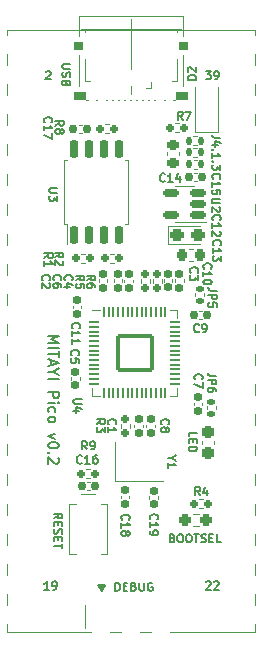
<source format=gbr>
G04 #@! TF.GenerationSoftware,KiCad,Pcbnew,(6.0.6)*
G04 #@! TF.CreationDate,2022-08-20T10:32:50+05:30*
G04 #@! TF.ProjectId,Mitayi-Pico-RP2040,4d697461-7969-42d5-9069-636f2d525032,0.2*
G04 #@! TF.SameCoordinates,PX848f8c0PY6ea0500*
G04 #@! TF.FileFunction,Legend,Top*
G04 #@! TF.FilePolarity,Positive*
%FSLAX46Y46*%
G04 Gerber Fmt 4.6, Leading zero omitted, Abs format (unit mm)*
G04 Created by KiCad (PCBNEW (6.0.6)) date 2022-08-20 10:32:50*
%MOMM*%
%LPD*%
G01*
G04 APERTURE LIST*
G04 Aperture macros list*
%AMRoundRect*
0 Rectangle with rounded corners*
0 $1 Rounding radius*
0 $2 $3 $4 $5 $6 $7 $8 $9 X,Y pos of 4 corners*
0 Add a 4 corners polygon primitive as box body*
4,1,4,$2,$3,$4,$5,$6,$7,$8,$9,$2,$3,0*
0 Add four circle primitives for the rounded corners*
1,1,$1+$1,$2,$3*
1,1,$1+$1,$4,$5*
1,1,$1+$1,$6,$7*
1,1,$1+$1,$8,$9*
0 Add four rect primitives between the rounded corners*
20,1,$1+$1,$2,$3,$4,$5,0*
20,1,$1+$1,$4,$5,$6,$7,0*
20,1,$1+$1,$6,$7,$8,$9,0*
20,1,$1+$1,$8,$9,$2,$3,0*%
G04 Aperture macros list end*
G04 #@! TA.AperFunction,Profile*
%ADD10C,0.100000*%
G04 #@! TD*
%ADD11C,0.150000*%
%ADD12C,0.200000*%
%ADD13C,0.120000*%
%ADD14C,0.100000*%
%ADD15C,0.020000*%
%ADD16RoundRect,0.135000X-0.185000X0.135000X-0.185000X-0.135000X0.185000X-0.135000X0.185000X0.135000X0*%
%ADD17RoundRect,0.237500X0.237500X-0.300000X0.237500X0.300000X-0.237500X0.300000X-0.237500X-0.300000X0*%
%ADD18RoundRect,0.155000X-0.155000X0.212500X-0.155000X-0.212500X0.155000X-0.212500X0.155000X0.212500X0*%
%ADD19RoundRect,0.155000X0.155000X-0.212500X0.155000X0.212500X-0.155000X0.212500X-0.155000X-0.212500X0*%
%ADD20RoundRect,0.237500X-0.250000X-0.237500X0.250000X-0.237500X0.250000X0.237500X-0.250000X0.237500X0*%
%ADD21RoundRect,0.135000X0.135000X0.185000X-0.135000X0.185000X-0.135000X-0.185000X0.135000X-0.185000X0*%
%ADD22RoundRect,0.225000X0.250000X-0.225000X0.250000X0.225000X-0.250000X0.225000X-0.250000X-0.225000X0*%
%ADD23RoundRect,0.155000X0.212500X0.155000X-0.212500X0.155000X-0.212500X-0.155000X0.212500X-0.155000X0*%
%ADD24RoundRect,0.160000X-0.197500X-0.160000X0.197500X-0.160000X0.197500X0.160000X-0.197500X0.160000X0*%
%ADD25RoundRect,0.160000X0.197500X0.160000X-0.197500X0.160000X-0.197500X-0.160000X0.197500X-0.160000X0*%
%ADD26C,1.500000*%
%ADD27RoundRect,0.160000X-0.160000X0.197500X-0.160000X-0.197500X0.160000X-0.197500X0.160000X0.197500X0*%
%ADD28RoundRect,0.155000X-0.212500X-0.155000X0.212500X-0.155000X0.212500X0.155000X-0.212500X0.155000X0*%
%ADD29R,1.400000X1.200000*%
%ADD30RoundRect,0.050000X-0.387500X-0.050000X0.387500X-0.050000X0.387500X0.050000X-0.387500X0.050000X0*%
%ADD31RoundRect,0.050000X-0.050000X-0.387500X0.050000X-0.387500X0.050000X0.387500X-0.050000X0.387500X0*%
%ADD32RoundRect,0.144000X-1.456000X-1.456000X1.456000X-1.456000X1.456000X1.456000X-1.456000X1.456000X0*%
%ADD33RoundRect,0.150000X0.150000X-0.650000X0.150000X0.650000X-0.150000X0.650000X-0.150000X-0.650000X0*%
%ADD34RoundRect,0.135000X-0.135000X-0.185000X0.135000X-0.185000X0.135000X0.185000X-0.135000X0.185000X0*%
%ADD35O,1.600000X1.700000*%
%ADD36R,1.600000X3.200000*%
%ADD37RoundRect,0.225000X-0.225000X-0.250000X0.225000X-0.250000X0.225000X0.250000X-0.225000X0.250000X0*%
%ADD38C,0.670000*%
%ADD39R,0.300000X1.450000*%
%ADD40RoundRect,0.500000X0.000000X0.300000X0.000000X0.300000X0.000000X-0.300000X0.000000X-0.300000X0*%
%ADD41R,1.100000X1.100000*%
%ADD42R,0.400000X1.350000*%
%ADD43R,1.500000X1.900000*%
%ADD44O,1.200000X1.900000*%
%ADD45C,1.450000*%
%ADD46R,1.200000X1.900000*%
%ADD47R,1.700000X1.150000*%
%ADD48R,3.200000X1.600000*%
%ADD49O,1.700000X1.600000*%
%ADD50RoundRect,0.250000X-0.312500X-0.275000X0.312500X-0.275000X0.312500X0.275000X-0.312500X0.275000X0*%
%ADD51RoundRect,0.150000X0.512500X0.150000X-0.512500X0.150000X-0.512500X-0.150000X0.512500X-0.150000X0*%
G04 APERTURE END LIST*
D10*
X0Y51000000D02*
X21000000Y51000000D01*
X21000000Y0D02*
X0Y0D01*
X21000000Y51000000D02*
X21000000Y0D01*
X0Y0D02*
X0Y51000000D01*
D11*
X14016666Y7950000D02*
X14116666Y7916667D01*
X14150000Y7883334D01*
X14183333Y7816667D01*
X14183333Y7716667D01*
X14150000Y7650000D01*
X14116666Y7616667D01*
X14050000Y7583334D01*
X13783333Y7583334D01*
X13783333Y8283334D01*
X14016666Y8283334D01*
X14083333Y8250000D01*
X14116666Y8216667D01*
X14150000Y8150000D01*
X14150000Y8083334D01*
X14116666Y8016667D01*
X14083333Y7983334D01*
X14016666Y7950000D01*
X13783333Y7950000D01*
X14616666Y8283334D02*
X14750000Y8283334D01*
X14816666Y8250000D01*
X14883333Y8183334D01*
X14916666Y8050000D01*
X14916666Y7816667D01*
X14883333Y7683334D01*
X14816666Y7616667D01*
X14750000Y7583334D01*
X14616666Y7583334D01*
X14550000Y7616667D01*
X14483333Y7683334D01*
X14450000Y7816667D01*
X14450000Y8050000D01*
X14483333Y8183334D01*
X14550000Y8250000D01*
X14616666Y8283334D01*
X15350000Y8283334D02*
X15483333Y8283334D01*
X15550000Y8250000D01*
X15616666Y8183334D01*
X15650000Y8050000D01*
X15650000Y7816667D01*
X15616666Y7683334D01*
X15550000Y7616667D01*
X15483333Y7583334D01*
X15350000Y7583334D01*
X15283333Y7616667D01*
X15216666Y7683334D01*
X15183333Y7816667D01*
X15183333Y8050000D01*
X15216666Y8183334D01*
X15283333Y8250000D01*
X15350000Y8283334D01*
X15850000Y8283334D02*
X16250000Y8283334D01*
X16050000Y7583334D02*
X16050000Y8283334D01*
X16450000Y7616667D02*
X16550000Y7583334D01*
X16716666Y7583334D01*
X16783333Y7616667D01*
X16816666Y7650000D01*
X16850000Y7716667D01*
X16850000Y7783334D01*
X16816666Y7850000D01*
X16783333Y7883334D01*
X16716666Y7916667D01*
X16583333Y7950000D01*
X16516666Y7983334D01*
X16483333Y8016667D01*
X16450000Y8083334D01*
X16450000Y8150000D01*
X16483333Y8216667D01*
X16516666Y8250000D01*
X16583333Y8283334D01*
X16750000Y8283334D01*
X16850000Y8250000D01*
X17150000Y7950000D02*
X17383333Y7950000D01*
X17483333Y7583334D02*
X17150000Y7583334D01*
X17150000Y8283334D01*
X17483333Y8283334D01*
X18116666Y7583334D02*
X17783333Y7583334D01*
X17783333Y8283334D01*
X18083333Y41833334D02*
X17583333Y41833334D01*
X17483333Y41866667D01*
X17416666Y41933334D01*
X17383333Y42033334D01*
X17383333Y42100000D01*
X17850000Y41200000D02*
X17383333Y41200000D01*
X18116666Y41366667D02*
X17616666Y41533334D01*
X17616666Y41100000D01*
X17450000Y40833334D02*
X17416666Y40800000D01*
X17383333Y40833334D01*
X17416666Y40866667D01*
X17450000Y40833334D01*
X17383333Y40833334D01*
X17383333Y40133334D02*
X17383333Y40533334D01*
X17383333Y40333334D02*
X18083333Y40333334D01*
X17983333Y40400000D01*
X17916666Y40466667D01*
X17883333Y40533334D01*
X17450000Y39833334D02*
X17416666Y39800000D01*
X17383333Y39833334D01*
X17416666Y39866667D01*
X17450000Y39833334D01*
X17383333Y39833334D01*
X18083333Y39566667D02*
X18083333Y39133334D01*
X17816666Y39366667D01*
X17816666Y39266667D01*
X17783333Y39200000D01*
X17750000Y39166667D01*
X17683333Y39133334D01*
X17516666Y39133334D01*
X17450000Y39166667D01*
X17416666Y39200000D01*
X17383333Y39266667D01*
X17383333Y39466667D01*
X17416666Y39533334D01*
X17450000Y39566667D01*
X16833333Y47483334D02*
X17266666Y47483334D01*
X17033333Y47216667D01*
X17133333Y47216667D01*
X17200000Y47183334D01*
X17233333Y47150000D01*
X17266666Y47083334D01*
X17266666Y46916667D01*
X17233333Y46850000D01*
X17200000Y46816667D01*
X17133333Y46783334D01*
X16933333Y46783334D01*
X16866666Y46816667D01*
X16833333Y46850000D01*
X17600000Y46783334D02*
X17733333Y46783334D01*
X17800000Y46816667D01*
X17833333Y46850000D01*
X17900000Y46950000D01*
X17933333Y47083334D01*
X17933333Y47350000D01*
X17900000Y47416667D01*
X17866666Y47450000D01*
X17800000Y47483334D01*
X17666666Y47483334D01*
X17600000Y47450000D01*
X17566666Y47416667D01*
X17533333Y47350000D01*
X17533333Y47183334D01*
X17566666Y47116667D01*
X17600000Y47083334D01*
X17666666Y47050000D01*
X17800000Y47050000D01*
X17866666Y47083334D01*
X17900000Y47116667D01*
X17933333Y47183334D01*
D12*
X3492857Y25100000D02*
X4392857Y25100000D01*
X3750000Y24800000D01*
X4392857Y24500000D01*
X3492857Y24500000D01*
X3492857Y24071429D02*
X4392857Y24071429D01*
X4392857Y23771429D02*
X4392857Y23257143D01*
X3492857Y23514286D02*
X4392857Y23514286D01*
X3750000Y23000000D02*
X3750000Y22571429D01*
X3492857Y23085715D02*
X4392857Y22785715D01*
X3492857Y22485715D01*
X3921428Y22014286D02*
X3492857Y22014286D01*
X4392857Y22314286D02*
X3921428Y22014286D01*
X4392857Y21714286D01*
X3492857Y21414286D02*
X4392857Y21414286D01*
X3492857Y20300000D02*
X4392857Y20300000D01*
X4392857Y19957143D01*
X4350000Y19871429D01*
X4307142Y19828572D01*
X4221428Y19785715D01*
X4092857Y19785715D01*
X4007142Y19828572D01*
X3964285Y19871429D01*
X3921428Y19957143D01*
X3921428Y20300000D01*
X3492857Y19400000D02*
X4092857Y19400000D01*
X4392857Y19400000D02*
X4350000Y19442858D01*
X4307142Y19400000D01*
X4350000Y19357143D01*
X4392857Y19400000D01*
X4307142Y19400000D01*
X3535714Y18585715D02*
X3492857Y18671429D01*
X3492857Y18842858D01*
X3535714Y18928572D01*
X3578571Y18971429D01*
X3664285Y19014286D01*
X3921428Y19014286D01*
X4007142Y18971429D01*
X4050000Y18928572D01*
X4092857Y18842858D01*
X4092857Y18671429D01*
X4050000Y18585715D01*
X3492857Y18071429D02*
X3535714Y18157143D01*
X3578571Y18200000D01*
X3664285Y18242858D01*
X3921428Y18242858D01*
X4007142Y18200000D01*
X4050000Y18157143D01*
X4092857Y18071429D01*
X4092857Y17942858D01*
X4050000Y17857143D01*
X4007142Y17814286D01*
X3921428Y17771429D01*
X3664285Y17771429D01*
X3578571Y17814286D01*
X3535714Y17857143D01*
X3492857Y17942858D01*
X3492857Y18071429D01*
X4092857Y16785715D02*
X3492857Y16571429D01*
X4092857Y16357143D01*
X4392857Y15842858D02*
X4392857Y15757143D01*
X4350000Y15671429D01*
X4307142Y15628572D01*
X4221428Y15585715D01*
X4050000Y15542858D01*
X3835714Y15542858D01*
X3664285Y15585715D01*
X3578571Y15628572D01*
X3535714Y15671429D01*
X3492857Y15757143D01*
X3492857Y15842858D01*
X3535714Y15928572D01*
X3578571Y15971429D01*
X3664285Y16014286D01*
X3835714Y16057143D01*
X4050000Y16057143D01*
X4221428Y16014286D01*
X4307142Y15971429D01*
X4350000Y15928572D01*
X4392857Y15842858D01*
X3578571Y15157143D02*
X3535714Y15114286D01*
X3492857Y15157143D01*
X3535714Y15200000D01*
X3578571Y15157143D01*
X3492857Y15157143D01*
X4307142Y14771429D02*
X4350000Y14728572D01*
X4392857Y14642858D01*
X4392857Y14428572D01*
X4350000Y14342858D01*
X4307142Y14300000D01*
X4221428Y14257143D01*
X4135714Y14257143D01*
X4007142Y14300000D01*
X3492857Y14814286D01*
X3492857Y14257143D01*
D11*
X16866666Y4216667D02*
X16900000Y4250000D01*
X16966666Y4283334D01*
X17133333Y4283334D01*
X17200000Y4250000D01*
X17233333Y4216667D01*
X17266666Y4150000D01*
X17266666Y4083334D01*
X17233333Y3983334D01*
X16833333Y3583334D01*
X17266666Y3583334D01*
X17533333Y4216667D02*
X17566666Y4250000D01*
X17633333Y4283334D01*
X17800000Y4283334D01*
X17866666Y4250000D01*
X17900000Y4216667D01*
X17933333Y4150000D01*
X17933333Y4083334D01*
X17900000Y3983334D01*
X17500000Y3583334D01*
X17933333Y3583334D01*
X3300000Y47416667D02*
X3333333Y47450000D01*
X3400000Y47483334D01*
X3566666Y47483334D01*
X3633333Y47450000D01*
X3666666Y47416667D01*
X3700000Y47350000D01*
X3700000Y47283334D01*
X3666666Y47183334D01*
X3266666Y46783334D01*
X3700000Y46783334D01*
X3566666Y3583334D02*
X3166666Y3583334D01*
X3366666Y3583334D02*
X3366666Y4283334D01*
X3300000Y4183334D01*
X3233333Y4116667D01*
X3166666Y4083334D01*
X3900000Y3583334D02*
X4033333Y3583334D01*
X4100000Y3616667D01*
X4133333Y3650000D01*
X4200000Y3750000D01*
X4233333Y3883334D01*
X4233333Y4150000D01*
X4200000Y4216667D01*
X4166666Y4250000D01*
X4100000Y4283334D01*
X3966666Y4283334D01*
X3900000Y4250000D01*
X3866666Y4216667D01*
X3833333Y4150000D01*
X3833333Y3983334D01*
X3866666Y3916667D01*
X3900000Y3883334D01*
X3966666Y3850000D01*
X4100000Y3850000D01*
X4166666Y3883334D01*
X4200000Y3916667D01*
X4233333Y3983334D01*
X5383333Y48083334D02*
X4816666Y48083334D01*
X4750000Y48050000D01*
X4716666Y48016667D01*
X4683333Y47950000D01*
X4683333Y47816667D01*
X4716666Y47750000D01*
X4750000Y47716667D01*
X4816666Y47683334D01*
X5383333Y47683334D01*
X4716666Y47383334D02*
X4683333Y47283334D01*
X4683333Y47116667D01*
X4716666Y47050000D01*
X4750000Y47016667D01*
X4816666Y46983334D01*
X4883333Y46983334D01*
X4950000Y47016667D01*
X4983333Y47050000D01*
X5016666Y47116667D01*
X5050000Y47250000D01*
X5083333Y47316667D01*
X5116666Y47350000D01*
X5183333Y47383334D01*
X5250000Y47383334D01*
X5316666Y47350000D01*
X5350000Y47316667D01*
X5383333Y47250000D01*
X5383333Y47083334D01*
X5350000Y46983334D01*
X5050000Y46450000D02*
X5016666Y46350000D01*
X4983333Y46316667D01*
X4916666Y46283334D01*
X4816666Y46283334D01*
X4750000Y46316667D01*
X4716666Y46350000D01*
X4683333Y46416667D01*
X4683333Y46683334D01*
X5383333Y46683334D01*
X5383333Y46450000D01*
X5350000Y46383334D01*
X5316666Y46350000D01*
X5250000Y46316667D01*
X5183333Y46316667D01*
X5116666Y46350000D01*
X5083333Y46383334D01*
X5050000Y46450000D01*
X5050000Y46683334D01*
X15383333Y16550000D02*
X15383333Y16883334D01*
X16083333Y16883334D01*
X15750000Y16316667D02*
X15750000Y16083334D01*
X15383333Y15983334D02*
X15383333Y16316667D01*
X16083333Y16316667D01*
X16083333Y15983334D01*
X15383333Y15683334D02*
X16083333Y15683334D01*
X16083333Y15516667D01*
X16050000Y15416667D01*
X15983333Y15350000D01*
X15916666Y15316667D01*
X15783333Y15283334D01*
X15683333Y15283334D01*
X15550000Y15316667D01*
X15483333Y15350000D01*
X15416666Y15416667D01*
X15383333Y15516667D01*
X15383333Y15683334D01*
X8316666Y3983334D02*
X8316666Y4016667D01*
X8283333Y3916667D02*
X8283333Y4016667D01*
X8250000Y3850000D02*
X8250000Y4016667D01*
X8216666Y3783334D02*
X8216666Y4016667D01*
X8183333Y3750000D02*
X8183333Y4016667D01*
X8150000Y3683334D02*
X8150000Y4016667D01*
X8116666Y3616667D02*
X8116666Y4016667D01*
X8083333Y3550000D02*
X8083333Y4016667D01*
X8050000Y3483334D02*
X8050000Y4016667D01*
X8016666Y3550000D02*
X8016666Y4016667D01*
X7983333Y3616667D02*
X7983333Y4016667D01*
X7950000Y3683334D02*
X7950000Y4016667D01*
X7916666Y3750000D02*
X7916666Y4016667D01*
X7883333Y3783334D02*
X7883333Y4016667D01*
X7850000Y3850000D02*
X7850000Y4016667D01*
X7816666Y3916667D02*
X7816666Y4016667D01*
X7783333Y4016667D02*
X8050000Y3516667D01*
X8316666Y4016667D01*
X7783333Y3983334D02*
X7783333Y4016667D01*
X8050000Y3483334D02*
X7750000Y4016667D01*
X8350000Y4016667D01*
X8050000Y3483334D01*
X9183333Y3483334D02*
X9183333Y4183334D01*
X9350000Y4183334D01*
X9450000Y4150000D01*
X9516666Y4083334D01*
X9550000Y4016667D01*
X9583333Y3883334D01*
X9583333Y3783334D01*
X9550000Y3650000D01*
X9516666Y3583334D01*
X9450000Y3516667D01*
X9350000Y3483334D01*
X9183333Y3483334D01*
X9883333Y3850000D02*
X10116666Y3850000D01*
X10216666Y3483334D02*
X9883333Y3483334D01*
X9883333Y4183334D01*
X10216666Y4183334D01*
X10750000Y3850000D02*
X10850000Y3816667D01*
X10883333Y3783334D01*
X10916666Y3716667D01*
X10916666Y3616667D01*
X10883333Y3550000D01*
X10850000Y3516667D01*
X10783333Y3483334D01*
X10516666Y3483334D01*
X10516666Y4183334D01*
X10750000Y4183334D01*
X10816666Y4150000D01*
X10850000Y4116667D01*
X10883333Y4050000D01*
X10883333Y3983334D01*
X10850000Y3916667D01*
X10816666Y3883334D01*
X10750000Y3850000D01*
X10516666Y3850000D01*
X11216666Y4183334D02*
X11216666Y3616667D01*
X11250000Y3550000D01*
X11283333Y3516667D01*
X11350000Y3483334D01*
X11483333Y3483334D01*
X11550000Y3516667D01*
X11583333Y3550000D01*
X11616666Y3616667D01*
X11616666Y4183334D01*
X12316666Y4150000D02*
X12250000Y4183334D01*
X12150000Y4183334D01*
X12050000Y4150000D01*
X11983333Y4083334D01*
X11950000Y4016667D01*
X11916666Y3883334D01*
X11916666Y3783334D01*
X11950000Y3650000D01*
X11983333Y3583334D01*
X12050000Y3516667D01*
X12150000Y3483334D01*
X12216666Y3483334D01*
X12316666Y3516667D01*
X12350000Y3550000D01*
X12350000Y3783334D01*
X12216666Y3783334D01*
X3983333Y9616667D02*
X4316666Y9850000D01*
X3983333Y10016667D02*
X4683333Y10016667D01*
X4683333Y9750000D01*
X4650000Y9683334D01*
X4616666Y9650000D01*
X4550000Y9616667D01*
X4450000Y9616667D01*
X4383333Y9650000D01*
X4350000Y9683334D01*
X4316666Y9750000D01*
X4316666Y10016667D01*
X4350000Y9316667D02*
X4350000Y9083334D01*
X3983333Y8983334D02*
X3983333Y9316667D01*
X4683333Y9316667D01*
X4683333Y8983334D01*
X4016666Y8716667D02*
X3983333Y8616667D01*
X3983333Y8450000D01*
X4016666Y8383334D01*
X4050000Y8350000D01*
X4116666Y8316667D01*
X4183333Y8316667D01*
X4250000Y8350000D01*
X4283333Y8383334D01*
X4316666Y8450000D01*
X4350000Y8583334D01*
X4383333Y8650000D01*
X4416666Y8683334D01*
X4483333Y8716667D01*
X4550000Y8716667D01*
X4616666Y8683334D01*
X4650000Y8650000D01*
X4683333Y8583334D01*
X4683333Y8416667D01*
X4650000Y8316667D01*
X4350000Y8016667D02*
X4350000Y7783334D01*
X3983333Y7683334D02*
X3983333Y8016667D01*
X4683333Y8016667D01*
X4683333Y7683334D01*
X4683333Y7483334D02*
X4683333Y7083334D01*
X3983333Y7283334D02*
X4683333Y7283334D01*
X17713333Y21693334D02*
X17213333Y21693334D01*
X17113333Y21726667D01*
X17046666Y21793334D01*
X17013333Y21893334D01*
X17013333Y21960000D01*
X17013333Y21360000D02*
X17713333Y21360000D01*
X17713333Y21093334D01*
X17680000Y21026667D01*
X17646666Y20993334D01*
X17580000Y20960000D01*
X17480000Y20960000D01*
X17413333Y20993334D01*
X17380000Y21026667D01*
X17346666Y21093334D01*
X17346666Y21360000D01*
X17713333Y20360000D02*
X17713333Y20493334D01*
X17680000Y20560000D01*
X17646666Y20593334D01*
X17546666Y20660000D01*
X17413333Y20693334D01*
X17146666Y20693334D01*
X17080000Y20660000D01*
X17046666Y20626667D01*
X17013333Y20560000D01*
X17013333Y20426667D01*
X17046666Y20360000D01*
X17080000Y20326667D01*
X17146666Y20293334D01*
X17313333Y20293334D01*
X17380000Y20326667D01*
X17413333Y20360000D01*
X17446666Y20426667D01*
X17446666Y20560000D01*
X17413333Y20626667D01*
X17380000Y20660000D01*
X17313333Y20693334D01*
X9770000Y9500000D02*
X9736666Y9533334D01*
X9703333Y9633334D01*
X9703333Y9700000D01*
X9736666Y9800000D01*
X9803333Y9866667D01*
X9870000Y9900000D01*
X10003333Y9933334D01*
X10103333Y9933334D01*
X10236666Y9900000D01*
X10303333Y9866667D01*
X10370000Y9800000D01*
X10403333Y9700000D01*
X10403333Y9633334D01*
X10370000Y9533334D01*
X10336666Y9500000D01*
X9703333Y8833334D02*
X9703333Y9233334D01*
X9703333Y9033334D02*
X10403333Y9033334D01*
X10303333Y9100000D01*
X10236666Y9166667D01*
X10203333Y9233334D01*
X10103333Y8433334D02*
X10136666Y8500000D01*
X10170000Y8533334D01*
X10236666Y8566667D01*
X10270000Y8566667D01*
X10336666Y8533334D01*
X10370000Y8500000D01*
X10403333Y8433334D01*
X10403333Y8300000D01*
X10370000Y8233334D01*
X10336666Y8200000D01*
X10270000Y8166667D01*
X10236666Y8166667D01*
X10170000Y8200000D01*
X10136666Y8233334D01*
X10103333Y8300000D01*
X10103333Y8433334D01*
X10070000Y8500000D01*
X10036666Y8533334D01*
X9970000Y8566667D01*
X9836666Y8566667D01*
X9770000Y8533334D01*
X9736666Y8500000D01*
X9703333Y8433334D01*
X9703333Y8300000D01*
X9736666Y8233334D01*
X9770000Y8200000D01*
X9836666Y8166667D01*
X9970000Y8166667D01*
X10036666Y8200000D01*
X10070000Y8233334D01*
X10103333Y8300000D01*
X5580000Y25740000D02*
X5546666Y25773334D01*
X5513333Y25873334D01*
X5513333Y25940000D01*
X5546666Y26040000D01*
X5613333Y26106667D01*
X5680000Y26140000D01*
X5813333Y26173334D01*
X5913333Y26173334D01*
X6046666Y26140000D01*
X6113333Y26106667D01*
X6180000Y26040000D01*
X6213333Y25940000D01*
X6213333Y25873334D01*
X6180000Y25773334D01*
X6146666Y25740000D01*
X5513333Y25073334D02*
X5513333Y25473334D01*
X5513333Y25273334D02*
X6213333Y25273334D01*
X6113333Y25340000D01*
X6046666Y25406667D01*
X6013333Y25473334D01*
X5513333Y24406667D02*
X5513333Y24806667D01*
X5513333Y24606667D02*
X6213333Y24606667D01*
X6113333Y24673334D01*
X6046666Y24740000D01*
X6013333Y24806667D01*
X13390000Y38190000D02*
X13356666Y38156667D01*
X13256666Y38123334D01*
X13190000Y38123334D01*
X13090000Y38156667D01*
X13023333Y38223334D01*
X12990000Y38290000D01*
X12956666Y38423334D01*
X12956666Y38523334D01*
X12990000Y38656667D01*
X13023333Y38723334D01*
X13090000Y38790000D01*
X13190000Y38823334D01*
X13256666Y38823334D01*
X13356666Y38790000D01*
X13390000Y38756667D01*
X14056666Y38123334D02*
X13656666Y38123334D01*
X13856666Y38123334D02*
X13856666Y38823334D01*
X13790000Y38723334D01*
X13723333Y38656667D01*
X13656666Y38623334D01*
X14656666Y38590000D02*
X14656666Y38123334D01*
X14490000Y38856667D02*
X14323333Y38356667D01*
X14756666Y38356667D01*
X5490000Y23436667D02*
X5456666Y23470000D01*
X5423333Y23570000D01*
X5423333Y23636667D01*
X5456666Y23736667D01*
X5523333Y23803334D01*
X5590000Y23836667D01*
X5723333Y23870000D01*
X5823333Y23870000D01*
X5956666Y23836667D01*
X6023333Y23803334D01*
X6090000Y23736667D01*
X6123333Y23636667D01*
X6123333Y23570000D01*
X6090000Y23470000D01*
X6056666Y23436667D01*
X6123333Y22803334D02*
X6123333Y23136667D01*
X5790000Y23170000D01*
X5823333Y23136667D01*
X5856666Y23070000D01*
X5856666Y22903334D01*
X5823333Y22836667D01*
X5790000Y22803334D01*
X5723333Y22770000D01*
X5556666Y22770000D01*
X5490000Y22803334D01*
X5456666Y22836667D01*
X5423333Y22903334D01*
X5423333Y23070000D01*
X5456666Y23136667D01*
X5490000Y23170000D01*
X16705000Y30770000D02*
X16671666Y30803334D01*
X16638333Y30903334D01*
X16638333Y30970000D01*
X16671666Y31070000D01*
X16738333Y31136667D01*
X16805000Y31170000D01*
X16938333Y31203334D01*
X17038333Y31203334D01*
X17171666Y31170000D01*
X17238333Y31136667D01*
X17305000Y31070000D01*
X17338333Y30970000D01*
X17338333Y30903334D01*
X17305000Y30803334D01*
X17271666Y30770000D01*
X16638333Y30103334D02*
X16638333Y30503334D01*
X16638333Y30303334D02*
X17338333Y30303334D01*
X17238333Y30370000D01*
X17171666Y30436667D01*
X17138333Y30503334D01*
X17338333Y29670000D02*
X17338333Y29603334D01*
X17305000Y29536667D01*
X17271666Y29503334D01*
X17205000Y29470000D01*
X17071666Y29436667D01*
X16905000Y29436667D01*
X16771666Y29470000D01*
X16705000Y29503334D01*
X16671666Y29536667D01*
X16638333Y29603334D01*
X16638333Y29670000D01*
X16671666Y29736667D01*
X16705000Y29770000D01*
X16771666Y29803334D01*
X16905000Y29836667D01*
X17071666Y29836667D01*
X17205000Y29803334D01*
X17271666Y29770000D01*
X17305000Y29736667D01*
X17338333Y29670000D01*
X6360000Y14330000D02*
X6326666Y14296667D01*
X6226666Y14263334D01*
X6160000Y14263334D01*
X6060000Y14296667D01*
X5993333Y14363334D01*
X5960000Y14430000D01*
X5926666Y14563334D01*
X5926666Y14663334D01*
X5960000Y14796667D01*
X5993333Y14863334D01*
X6060000Y14930000D01*
X6160000Y14963334D01*
X6226666Y14963334D01*
X6326666Y14930000D01*
X6360000Y14896667D01*
X7026666Y14263334D02*
X6626666Y14263334D01*
X6826666Y14263334D02*
X6826666Y14963334D01*
X6760000Y14863334D01*
X6693333Y14796667D01*
X6626666Y14763334D01*
X7626666Y14963334D02*
X7493333Y14963334D01*
X7426666Y14930000D01*
X7393333Y14896667D01*
X7326666Y14796667D01*
X7293333Y14663334D01*
X7293333Y14396667D01*
X7326666Y14330000D01*
X7360000Y14296667D01*
X7426666Y14263334D01*
X7560000Y14263334D01*
X7626666Y14296667D01*
X7660000Y14330000D01*
X7693333Y14396667D01*
X7693333Y14563334D01*
X7660000Y14630000D01*
X7626666Y14663334D01*
X7560000Y14696667D01*
X7426666Y14696667D01*
X7360000Y14663334D01*
X7326666Y14630000D01*
X7293333Y14563334D01*
X4083333Y31716667D02*
X4416666Y31950000D01*
X4083333Y32116667D02*
X4783333Y32116667D01*
X4783333Y31850000D01*
X4750000Y31783334D01*
X4716666Y31750000D01*
X4650000Y31716667D01*
X4550000Y31716667D01*
X4483333Y31750000D01*
X4450000Y31783334D01*
X4416666Y31850000D01*
X4416666Y32116667D01*
X4716666Y31450000D02*
X4750000Y31416667D01*
X4783333Y31350000D01*
X4783333Y31183334D01*
X4750000Y31116667D01*
X4716666Y31083334D01*
X4650000Y31050000D01*
X4583333Y31050000D01*
X4483333Y31083334D01*
X4083333Y31483334D01*
X4083333Y31050000D01*
X16353333Y11573334D02*
X16120000Y11906667D01*
X15953333Y11573334D02*
X15953333Y12273334D01*
X16220000Y12273334D01*
X16286666Y12240000D01*
X16320000Y12206667D01*
X16353333Y12140000D01*
X16353333Y12040000D01*
X16320000Y11973334D01*
X16286666Y11940000D01*
X16220000Y11906667D01*
X15953333Y11906667D01*
X16953333Y12040000D02*
X16953333Y11573334D01*
X16786666Y12306667D02*
X16620000Y11806667D01*
X17053333Y11806667D01*
X7593333Y17596667D02*
X7926666Y17830000D01*
X7593333Y17996667D02*
X8293333Y17996667D01*
X8293333Y17730000D01*
X8260000Y17663334D01*
X8226666Y17630000D01*
X8160000Y17596667D01*
X8060000Y17596667D01*
X7993333Y17630000D01*
X7960000Y17663334D01*
X7926666Y17730000D01*
X7926666Y17996667D01*
X8293333Y17363334D02*
X8293333Y16930000D01*
X8026666Y17163334D01*
X8026666Y17063334D01*
X7993333Y16996667D01*
X7960000Y16963334D01*
X7893333Y16930000D01*
X7726666Y16930000D01*
X7660000Y16963334D01*
X7626666Y16996667D01*
X7593333Y17063334D01*
X7593333Y17263334D01*
X7626666Y17330000D01*
X7660000Y17363334D01*
X16263333Y25440000D02*
X16230000Y25406667D01*
X16130000Y25373334D01*
X16063333Y25373334D01*
X15963333Y25406667D01*
X15896666Y25473334D01*
X15863333Y25540000D01*
X15830000Y25673334D01*
X15830000Y25773334D01*
X15863333Y25906667D01*
X15896666Y25973334D01*
X15963333Y26040000D01*
X16063333Y26073334D01*
X16130000Y26073334D01*
X16230000Y26040000D01*
X16263333Y26006667D01*
X16596666Y25373334D02*
X16730000Y25373334D01*
X16796666Y25406667D01*
X16830000Y25440000D01*
X16896666Y25540000D01*
X16930000Y25673334D01*
X16930000Y25940000D01*
X16896666Y26006667D01*
X16863333Y26040000D01*
X16796666Y26073334D01*
X16663333Y26073334D01*
X16596666Y26040000D01*
X16563333Y26006667D01*
X16530000Y25940000D01*
X16530000Y25773334D01*
X16563333Y25706667D01*
X16596666Y25673334D01*
X16663333Y25640000D01*
X16796666Y25640000D01*
X16863333Y25673334D01*
X16896666Y25706667D01*
X16930000Y25773334D01*
X13966666Y14733334D02*
X13633333Y14733334D01*
X14333333Y14966667D02*
X13966666Y14733334D01*
X14333333Y14500000D01*
X13633333Y13900000D02*
X13633333Y14300000D01*
X13633333Y14100000D02*
X14333333Y14100000D01*
X14233333Y14166667D01*
X14166666Y14233334D01*
X14133333Y14300000D01*
X6333333Y19713334D02*
X5766666Y19713334D01*
X5700000Y19680000D01*
X5666666Y19646667D01*
X5633333Y19580000D01*
X5633333Y19446667D01*
X5666666Y19380000D01*
X5700000Y19346667D01*
X5766666Y19313334D01*
X6333333Y19313334D01*
X6100000Y18680000D02*
X5633333Y18680000D01*
X6366666Y18846667D02*
X5866666Y19013334D01*
X5866666Y18580000D01*
X5838333Y29766667D02*
X6171666Y30000000D01*
X5838333Y30166667D02*
X6538333Y30166667D01*
X6538333Y29900000D01*
X6505000Y29833334D01*
X6471666Y29800000D01*
X6405000Y29766667D01*
X6305000Y29766667D01*
X6238333Y29800000D01*
X6205000Y29833334D01*
X6171666Y29900000D01*
X6171666Y30166667D01*
X6538333Y29133334D02*
X6538333Y29466667D01*
X6205000Y29500000D01*
X6238333Y29466667D01*
X6271666Y29400000D01*
X6271666Y29233334D01*
X6238333Y29166667D01*
X6205000Y29133334D01*
X6138333Y29100000D01*
X5971666Y29100000D01*
X5905000Y29133334D01*
X5871666Y29166667D01*
X5838333Y29233334D01*
X5838333Y29400000D01*
X5871666Y29466667D01*
X5905000Y29500000D01*
X3035000Y29786667D02*
X3001666Y29820000D01*
X2968333Y29920000D01*
X2968333Y29986667D01*
X3001666Y30086667D01*
X3068333Y30153334D01*
X3135000Y30186667D01*
X3268333Y30220000D01*
X3368333Y30220000D01*
X3501666Y30186667D01*
X3568333Y30153334D01*
X3635000Y30086667D01*
X3668333Y29986667D01*
X3668333Y29920000D01*
X3635000Y29820000D01*
X3601666Y29786667D01*
X3601666Y29520000D02*
X3635000Y29486667D01*
X3668333Y29420000D01*
X3668333Y29253334D01*
X3635000Y29186667D01*
X3601666Y29153334D01*
X3535000Y29120000D01*
X3468333Y29120000D01*
X3368333Y29153334D01*
X2968333Y29553334D01*
X2968333Y29120000D01*
X8640000Y17586667D02*
X8606666Y17620000D01*
X8573333Y17720000D01*
X8573333Y17786667D01*
X8606666Y17886667D01*
X8673333Y17953334D01*
X8740000Y17986667D01*
X8873333Y18020000D01*
X8973333Y18020000D01*
X9106666Y17986667D01*
X9173333Y17953334D01*
X9240000Y17886667D01*
X9273333Y17786667D01*
X9273333Y17720000D01*
X9240000Y17620000D01*
X9206666Y17586667D01*
X8573333Y16920000D02*
X8573333Y17320000D01*
X8573333Y17120000D02*
X9273333Y17120000D01*
X9173333Y17186667D01*
X9106666Y17253334D01*
X9073333Y17320000D01*
X4283333Y37583334D02*
X3716666Y37583334D01*
X3650000Y37550000D01*
X3616666Y37516667D01*
X3583333Y37450000D01*
X3583333Y37316667D01*
X3616666Y37250000D01*
X3650000Y37216667D01*
X3716666Y37183334D01*
X4283333Y37183334D01*
X4283333Y36916667D02*
X4283333Y36483334D01*
X4016666Y36716667D01*
X4016666Y36616667D01*
X3983333Y36550000D01*
X3950000Y36516667D01*
X3883333Y36483334D01*
X3716666Y36483334D01*
X3650000Y36516667D01*
X3616666Y36550000D01*
X3583333Y36616667D01*
X3583333Y36816667D01*
X3616666Y36883334D01*
X3650000Y36916667D01*
X4940000Y29791667D02*
X4906666Y29825000D01*
X4873333Y29925000D01*
X4873333Y29991667D01*
X4906666Y30091667D01*
X4973333Y30158334D01*
X5040000Y30191667D01*
X5173333Y30225000D01*
X5273333Y30225000D01*
X5406666Y30191667D01*
X5473333Y30158334D01*
X5540000Y30091667D01*
X5573333Y29991667D01*
X5573333Y29925000D01*
X5540000Y29825000D01*
X5506666Y29791667D01*
X5340000Y29191667D02*
X4873333Y29191667D01*
X5606666Y29358334D02*
X5106666Y29525000D01*
X5106666Y29091667D01*
X3183333Y31646667D02*
X3516666Y31880000D01*
X3183333Y32046667D02*
X3883333Y32046667D01*
X3883333Y31780000D01*
X3850000Y31713334D01*
X3816666Y31680000D01*
X3750000Y31646667D01*
X3650000Y31646667D01*
X3583333Y31680000D01*
X3550000Y31713334D01*
X3516666Y31780000D01*
X3516666Y32046667D01*
X3183333Y30980000D02*
X3183333Y31380000D01*
X3183333Y31180000D02*
X3883333Y31180000D01*
X3783333Y31246667D01*
X3716666Y31313334D01*
X3683333Y31380000D01*
X15580000Y30426667D02*
X15546666Y30460000D01*
X15513333Y30560000D01*
X15513333Y30626667D01*
X15546666Y30726667D01*
X15613333Y30793334D01*
X15680000Y30826667D01*
X15813333Y30860000D01*
X15913333Y30860000D01*
X16046666Y30826667D01*
X16113333Y30793334D01*
X16180000Y30726667D01*
X16213333Y30626667D01*
X16213333Y30560000D01*
X16180000Y30460000D01*
X16146666Y30426667D01*
X16213333Y30193334D02*
X16213333Y29760000D01*
X15946666Y29993334D01*
X15946666Y29893334D01*
X15913333Y29826667D01*
X15880000Y29793334D01*
X15813333Y29760000D01*
X15646666Y29760000D01*
X15580000Y29793334D01*
X15546666Y29826667D01*
X15513333Y29893334D01*
X15513333Y30093334D01*
X15546666Y30160000D01*
X15580000Y30193334D01*
X3210000Y43140000D02*
X3176666Y43173334D01*
X3143333Y43273334D01*
X3143333Y43340000D01*
X3176666Y43440000D01*
X3243333Y43506667D01*
X3310000Y43540000D01*
X3443333Y43573334D01*
X3543333Y43573334D01*
X3676666Y43540000D01*
X3743333Y43506667D01*
X3810000Y43440000D01*
X3843333Y43340000D01*
X3843333Y43273334D01*
X3810000Y43173334D01*
X3776666Y43140000D01*
X3143333Y42473334D02*
X3143333Y42873334D01*
X3143333Y42673334D02*
X3843333Y42673334D01*
X3743333Y42740000D01*
X3676666Y42806667D01*
X3643333Y42873334D01*
X3843333Y42240000D02*
X3843333Y41773334D01*
X3143333Y42073334D01*
X6793333Y15453334D02*
X6560000Y15786667D01*
X6393333Y15453334D02*
X6393333Y16153334D01*
X6660000Y16153334D01*
X6726666Y16120000D01*
X6760000Y16086667D01*
X6793333Y16020000D01*
X6793333Y15920000D01*
X6760000Y15853334D01*
X6726666Y15820000D01*
X6660000Y15786667D01*
X6393333Y15786667D01*
X7126666Y15453334D02*
X7260000Y15453334D01*
X7326666Y15486667D01*
X7360000Y15520000D01*
X7426666Y15620000D01*
X7460000Y15753334D01*
X7460000Y16020000D01*
X7426666Y16086667D01*
X7393333Y16120000D01*
X7326666Y16153334D01*
X7193333Y16153334D01*
X7126666Y16120000D01*
X7093333Y16086667D01*
X7060000Y16020000D01*
X7060000Y15853334D01*
X7093333Y15786667D01*
X7126666Y15753334D01*
X7193333Y15720000D01*
X7326666Y15720000D01*
X7393333Y15753334D01*
X7426666Y15786667D01*
X7460000Y15853334D01*
X13120000Y17586667D02*
X13086666Y17620000D01*
X13053333Y17720000D01*
X13053333Y17786667D01*
X13086666Y17886667D01*
X13153333Y17953334D01*
X13220000Y17986667D01*
X13353333Y18020000D01*
X13453333Y18020000D01*
X13586666Y17986667D01*
X13653333Y17953334D01*
X13720000Y17886667D01*
X13753333Y17786667D01*
X13753333Y17720000D01*
X13720000Y17620000D01*
X13686666Y17586667D01*
X13453333Y17186667D02*
X13486666Y17253334D01*
X13520000Y17286667D01*
X13586666Y17320000D01*
X13620000Y17320000D01*
X13686666Y17286667D01*
X13720000Y17253334D01*
X13753333Y17186667D01*
X13753333Y17053334D01*
X13720000Y16986667D01*
X13686666Y16953334D01*
X13620000Y16920000D01*
X13586666Y16920000D01*
X13520000Y16953334D01*
X13486666Y16986667D01*
X13453333Y17053334D01*
X13453333Y17186667D01*
X13420000Y17253334D01*
X13386666Y17286667D01*
X13320000Y17320000D01*
X13186666Y17320000D01*
X13120000Y17286667D01*
X13086666Y17253334D01*
X13053333Y17186667D01*
X13053333Y17053334D01*
X13086666Y16986667D01*
X13120000Y16953334D01*
X13186666Y16920000D01*
X13320000Y16920000D01*
X13386666Y16953334D01*
X13420000Y16986667D01*
X13453333Y17053334D01*
X15940000Y21376667D02*
X15906666Y21410000D01*
X15873333Y21510000D01*
X15873333Y21576667D01*
X15906666Y21676667D01*
X15973333Y21743334D01*
X16040000Y21776667D01*
X16173333Y21810000D01*
X16273333Y21810000D01*
X16406666Y21776667D01*
X16473333Y21743334D01*
X16540000Y21676667D01*
X16573333Y21576667D01*
X16573333Y21510000D01*
X16540000Y21410000D01*
X16506666Y21376667D01*
X16573333Y21143334D02*
X16573333Y20676667D01*
X15873333Y20976667D01*
X17500000Y32760000D02*
X17466666Y32793334D01*
X17433333Y32893334D01*
X17433333Y32960000D01*
X17466666Y33060000D01*
X17533333Y33126667D01*
X17600000Y33160000D01*
X17733333Y33193334D01*
X17833333Y33193334D01*
X17966666Y33160000D01*
X18033333Y33126667D01*
X18100000Y33060000D01*
X18133333Y32960000D01*
X18133333Y32893334D01*
X18100000Y32793334D01*
X18066666Y32760000D01*
X17433333Y32093334D02*
X17433333Y32493334D01*
X17433333Y32293334D02*
X18133333Y32293334D01*
X18033333Y32360000D01*
X17966666Y32426667D01*
X17933333Y32493334D01*
X18133333Y31860000D02*
X18133333Y31426667D01*
X17866666Y31660000D01*
X17866666Y31560000D01*
X17833333Y31493334D01*
X17800000Y31460000D01*
X17733333Y31426667D01*
X17566666Y31426667D01*
X17500000Y31460000D01*
X17466666Y31493334D01*
X17433333Y31560000D01*
X17433333Y31760000D01*
X17466666Y31826667D01*
X17500000Y31860000D01*
X17450000Y38380000D02*
X17416666Y38413334D01*
X17383333Y38513334D01*
X17383333Y38580000D01*
X17416666Y38680000D01*
X17483333Y38746667D01*
X17550000Y38780000D01*
X17683333Y38813334D01*
X17783333Y38813334D01*
X17916666Y38780000D01*
X17983333Y38746667D01*
X18050000Y38680000D01*
X18083333Y38580000D01*
X18083333Y38513334D01*
X18050000Y38413334D01*
X18016666Y38380000D01*
X17383333Y37713334D02*
X17383333Y38113334D01*
X17383333Y37913334D02*
X18083333Y37913334D01*
X17983333Y37980000D01*
X17916666Y38046667D01*
X17883333Y38113334D01*
X18083333Y37080000D02*
X18083333Y37413334D01*
X17750000Y37446667D01*
X17783333Y37413334D01*
X17816666Y37346667D01*
X17816666Y37180000D01*
X17783333Y37113334D01*
X17750000Y37080000D01*
X17683333Y37046667D01*
X17516666Y37046667D01*
X17450000Y37080000D01*
X17416666Y37113334D01*
X17383333Y37180000D01*
X17383333Y37346667D01*
X17416666Y37413334D01*
X17450000Y37446667D01*
X4113333Y42866667D02*
X4446666Y43100000D01*
X4113333Y43266667D02*
X4813333Y43266667D01*
X4813333Y43000000D01*
X4780000Y42933334D01*
X4746666Y42900000D01*
X4680000Y42866667D01*
X4580000Y42866667D01*
X4513333Y42900000D01*
X4480000Y42933334D01*
X4446666Y43000000D01*
X4446666Y43266667D01*
X4513333Y42466667D02*
X4546666Y42533334D01*
X4580000Y42566667D01*
X4646666Y42600000D01*
X4680000Y42600000D01*
X4746666Y42566667D01*
X4780000Y42533334D01*
X4813333Y42466667D01*
X4813333Y42333334D01*
X4780000Y42266667D01*
X4746666Y42233334D01*
X4680000Y42200000D01*
X4646666Y42200000D01*
X4580000Y42233334D01*
X4546666Y42266667D01*
X4513333Y42333334D01*
X4513333Y42466667D01*
X4480000Y42533334D01*
X4446666Y42566667D01*
X4380000Y42600000D01*
X4246666Y42600000D01*
X4180000Y42566667D01*
X4146666Y42533334D01*
X4113333Y42466667D01*
X4113333Y42333334D01*
X4146666Y42266667D01*
X4180000Y42233334D01*
X4246666Y42200000D01*
X4380000Y42200000D01*
X4446666Y42233334D01*
X4480000Y42266667D01*
X4513333Y42333334D01*
X16011666Y46756334D02*
X15311666Y46756334D01*
X15311666Y46923000D01*
X15345000Y47023000D01*
X15411666Y47089667D01*
X15478333Y47123000D01*
X15611666Y47156334D01*
X15711666Y47156334D01*
X15845000Y47123000D01*
X15911666Y47089667D01*
X15978333Y47023000D01*
X16011666Y46923000D01*
X16011666Y46756334D01*
X15378333Y47423000D02*
X15345000Y47456334D01*
X15311666Y47523000D01*
X15311666Y47689667D01*
X15345000Y47756334D01*
X15378333Y47789667D01*
X15445000Y47823000D01*
X15511666Y47823000D01*
X15611666Y47789667D01*
X16011666Y47389667D01*
X16011666Y47823000D01*
X12160000Y9540000D02*
X12126666Y9573334D01*
X12093333Y9673334D01*
X12093333Y9740000D01*
X12126666Y9840000D01*
X12193333Y9906667D01*
X12260000Y9940000D01*
X12393333Y9973334D01*
X12493333Y9973334D01*
X12626666Y9940000D01*
X12693333Y9906667D01*
X12760000Y9840000D01*
X12793333Y9740000D01*
X12793333Y9673334D01*
X12760000Y9573334D01*
X12726666Y9540000D01*
X12093333Y8873334D02*
X12093333Y9273334D01*
X12093333Y9073334D02*
X12793333Y9073334D01*
X12693333Y9140000D01*
X12626666Y9206667D01*
X12593333Y9273334D01*
X12093333Y8540000D02*
X12093333Y8406667D01*
X12126666Y8340000D01*
X12160000Y8306667D01*
X12260000Y8240000D01*
X12393333Y8206667D01*
X12660000Y8206667D01*
X12726666Y8240000D01*
X12760000Y8273334D01*
X12793333Y8340000D01*
X12793333Y8473334D01*
X12760000Y8540000D01*
X12726666Y8573334D01*
X12660000Y8606667D01*
X12493333Y8606667D01*
X12426666Y8573334D01*
X12393333Y8540000D01*
X12360000Y8473334D01*
X12360000Y8340000D01*
X12393333Y8273334D01*
X12426666Y8240000D01*
X12493333Y8206667D01*
X3990000Y29786667D02*
X3956666Y29820000D01*
X3923333Y29920000D01*
X3923333Y29986667D01*
X3956666Y30086667D01*
X4023333Y30153334D01*
X4090000Y30186667D01*
X4223333Y30220000D01*
X4323333Y30220000D01*
X4456666Y30186667D01*
X4523333Y30153334D01*
X4590000Y30086667D01*
X4623333Y29986667D01*
X4623333Y29920000D01*
X4590000Y29820000D01*
X4556666Y29786667D01*
X4623333Y29186667D02*
X4623333Y29320000D01*
X4590000Y29386667D01*
X4556666Y29420000D01*
X4456666Y29486667D01*
X4323333Y29520000D01*
X4056666Y29520000D01*
X3990000Y29486667D01*
X3956666Y29453334D01*
X3923333Y29386667D01*
X3923333Y29253334D01*
X3956666Y29186667D01*
X3990000Y29153334D01*
X4056666Y29120000D01*
X4223333Y29120000D01*
X4290000Y29153334D01*
X4323333Y29186667D01*
X4356666Y29253334D01*
X4356666Y29386667D01*
X4323333Y29453334D01*
X4290000Y29486667D01*
X4223333Y29520000D01*
X6788333Y29770832D02*
X7121666Y30004165D01*
X6788333Y30170832D02*
X7488333Y30170832D01*
X7488333Y29904165D01*
X7455000Y29837499D01*
X7421666Y29804165D01*
X7355000Y29770832D01*
X7255000Y29770832D01*
X7188333Y29804165D01*
X7155000Y29837499D01*
X7121666Y29904165D01*
X7121666Y30170832D01*
X7488333Y29170832D02*
X7488333Y29304165D01*
X7455000Y29370832D01*
X7421666Y29404165D01*
X7321666Y29470832D01*
X7188333Y29504165D01*
X6921666Y29504165D01*
X6855000Y29470832D01*
X6821666Y29437499D01*
X6788333Y29370832D01*
X6788333Y29237499D01*
X6821666Y29170832D01*
X6855000Y29137499D01*
X6921666Y29104165D01*
X7088333Y29104165D01*
X7155000Y29137499D01*
X7188333Y29170832D01*
X7221666Y29237499D01*
X7221666Y29370832D01*
X7188333Y29437499D01*
X7155000Y29470832D01*
X7088333Y29504165D01*
X17480000Y34865000D02*
X17446666Y34898334D01*
X17413333Y34998334D01*
X17413333Y35065000D01*
X17446666Y35165000D01*
X17513333Y35231667D01*
X17580000Y35265000D01*
X17713333Y35298334D01*
X17813333Y35298334D01*
X17946666Y35265000D01*
X18013333Y35231667D01*
X18080000Y35165000D01*
X18113333Y35065000D01*
X18113333Y34998334D01*
X18080000Y34898334D01*
X18046666Y34865000D01*
X17413333Y34198334D02*
X17413333Y34598334D01*
X17413333Y34398334D02*
X18113333Y34398334D01*
X18013333Y34465000D01*
X17946666Y34531667D01*
X17913333Y34598334D01*
X18046666Y33931667D02*
X18080000Y33898334D01*
X18113333Y33831667D01*
X18113333Y33665000D01*
X18080000Y33598334D01*
X18046666Y33565000D01*
X17980000Y33531667D01*
X17913333Y33531667D01*
X17813333Y33565000D01*
X17413333Y33965000D01*
X17413333Y33531667D01*
X17753333Y28899693D02*
X17253333Y28899693D01*
X17153333Y28933026D01*
X17086666Y28999693D01*
X17053333Y29099693D01*
X17053333Y29166359D01*
X17053333Y28566359D02*
X17753333Y28566359D01*
X17753333Y28299693D01*
X17720000Y28233026D01*
X17686666Y28199693D01*
X17620000Y28166359D01*
X17520000Y28166359D01*
X17453333Y28199693D01*
X17420000Y28233026D01*
X17386666Y28299693D01*
X17386666Y28566359D01*
X17753333Y27533026D02*
X17753333Y27866359D01*
X17420000Y27899693D01*
X17453333Y27866359D01*
X17486666Y27799693D01*
X17486666Y27633026D01*
X17453333Y27566359D01*
X17420000Y27533026D01*
X17353333Y27499693D01*
X17186666Y27499693D01*
X17120000Y27533026D01*
X17086666Y27566359D01*
X17053333Y27633026D01*
X17053333Y27799693D01*
X17086666Y27866359D01*
X17120000Y27899693D01*
X14883333Y43353334D02*
X14650000Y43686667D01*
X14483333Y43353334D02*
X14483333Y44053334D01*
X14750000Y44053334D01*
X14816666Y44020000D01*
X14850000Y43986667D01*
X14883333Y43920000D01*
X14883333Y43820000D01*
X14850000Y43753334D01*
X14816666Y43720000D01*
X14750000Y43686667D01*
X14483333Y43686667D01*
X15116666Y44053334D02*
X15583333Y44053334D01*
X15283333Y43353334D01*
X18063333Y36683334D02*
X17496666Y36683334D01*
X17430000Y36650000D01*
X17396666Y36616667D01*
X17363333Y36550000D01*
X17363333Y36416667D01*
X17396666Y36350000D01*
X17430000Y36316667D01*
X17496666Y36283334D01*
X18063333Y36283334D01*
X17996666Y35983334D02*
X18030000Y35950000D01*
X18063333Y35883334D01*
X18063333Y35716667D01*
X18030000Y35650000D01*
X17996666Y35616667D01*
X17930000Y35583334D01*
X17863333Y35583334D01*
X17763333Y35616667D01*
X17363333Y36016667D01*
X17363333Y35583334D01*
D13*
X17680000Y19143641D02*
X17680000Y18836359D01*
X16920000Y19143641D02*
X16920000Y18836359D01*
X17540000Y15903733D02*
X17540000Y16196267D01*
X16520000Y15903733D02*
X16520000Y16196267D01*
X10350000Y11535835D02*
X10350000Y11304165D01*
X9630000Y11535835D02*
X9630000Y11304165D01*
X5570000Y27394165D02*
X5570000Y27625835D01*
X6290000Y27394165D02*
X6290000Y27625835D01*
X15735276Y10022500D02*
X16244724Y10022500D01*
X15735276Y8977500D02*
X16244724Y8977500D01*
X16123641Y39980000D02*
X15816359Y39980000D01*
X16123641Y39220000D02*
X15816359Y39220000D01*
X14600000Y40349420D02*
X14600000Y40630580D01*
X13580000Y40349420D02*
X13580000Y40630580D01*
X5440000Y21595835D02*
X5440000Y21364165D01*
X6160000Y21595835D02*
X6160000Y21364165D01*
X14965000Y29614165D02*
X14965000Y29845835D01*
X14245000Y29614165D02*
X14245000Y29845835D01*
X7025835Y11980000D02*
X6794165Y11980000D01*
X7025835Y12700000D02*
X6794165Y12700000D01*
X8732379Y31250000D02*
X9067621Y31250000D01*
X8732379Y32010000D02*
X9067621Y32010000D01*
X16637621Y10480000D02*
X16302379Y10480000D01*
X16637621Y11240000D02*
X16302379Y11240000D01*
X10400000Y17587621D02*
X10400000Y17252379D01*
X9640000Y17587621D02*
X9640000Y17252379D01*
X16264165Y27190000D02*
X16495835Y27190000D01*
X16264165Y26470000D02*
X16495835Y26470000D01*
X9200000Y16050000D02*
X9200000Y12750000D01*
X9200000Y12750000D02*
X13200000Y12750000D01*
X14430000Y20020000D02*
X14430000Y20670000D01*
X7860000Y20020000D02*
X7210000Y20020000D01*
X7860000Y27240000D02*
X7210000Y27240000D01*
X14430000Y27240000D02*
X14430000Y26590000D01*
X7210000Y20020000D02*
X7210000Y20670000D01*
X13780000Y20020000D02*
X14430000Y20020000D01*
X13780000Y27240000D02*
X14430000Y27240000D01*
X12105000Y29917621D02*
X12105000Y29582379D01*
X11345000Y29917621D02*
X11345000Y29582379D01*
X7765000Y29614165D02*
X7765000Y29845835D01*
X8485000Y29614165D02*
X8485000Y29845835D01*
X10790000Y17545835D02*
X10790000Y17314165D01*
X11510000Y17545835D02*
X11510000Y17314165D01*
X4835000Y37250000D02*
X4835000Y39975000D01*
X4835000Y39975000D02*
X5095000Y39975000D01*
X10285000Y34525000D02*
X10025000Y34525000D01*
X10285000Y37250000D02*
X10285000Y39975000D01*
X5095000Y34525000D02*
X5095000Y32850000D01*
X4835000Y37250000D02*
X4835000Y34525000D01*
X10285000Y39975000D02*
X10025000Y39975000D01*
X4835000Y34525000D02*
X5095000Y34525000D01*
X10285000Y37250000D02*
X10285000Y34525000D01*
X10680000Y29609165D02*
X10680000Y29840835D01*
X9960000Y29609165D02*
X9960000Y29840835D01*
X6302379Y32010000D02*
X6637621Y32010000D01*
X6302379Y31250000D02*
X6637621Y31250000D01*
X13990000Y29624165D02*
X13990000Y29855835D01*
X13270000Y29624165D02*
X13270000Y29855835D01*
X6094165Y42240000D02*
X6325835Y42240000D01*
X6094165Y42960000D02*
X6325835Y42960000D01*
X15796359Y41010000D02*
X16103641Y41010000D01*
X15796359Y40250000D02*
X16103641Y40250000D01*
X6620000Y370000D02*
X6620000Y2300000D01*
X6742379Y13020000D02*
X7077621Y13020000D01*
X6742379Y13780000D02*
X7077621Y13780000D01*
X12530000Y17545835D02*
X12530000Y17314165D01*
X11810000Y17545835D02*
X11810000Y17314165D01*
X15840000Y19425835D02*
X15840000Y19194165D01*
X16560000Y19425835D02*
X16560000Y19194165D01*
X15449420Y32430000D02*
X15730580Y32430000D01*
X15449420Y31410000D02*
X15730580Y31410000D01*
D14*
X14910000Y45070000D02*
X14910000Y52170000D01*
X6110000Y52170000D02*
X14910000Y52170000D01*
X14910000Y45070000D02*
X6110000Y45070000D01*
X6110000Y45070000D02*
X6110000Y52170000D01*
X6310000Y51070000D02*
X14710000Y51070000D01*
D15*
X10510000Y45550000D02*
X10510000Y51870000D01*
D13*
X15854165Y38900000D02*
X16085835Y38900000D01*
X15854165Y38180000D02*
X16085835Y38180000D01*
X15796359Y41980000D02*
X16103641Y41980000D01*
X15796359Y41220000D02*
X16103641Y41220000D01*
X8617621Y42220000D02*
X8282379Y42220000D01*
X8617621Y42980000D02*
X8282379Y42980000D01*
X15900000Y42300000D02*
X17900000Y42300000D01*
X15900000Y42300000D02*
X15900000Y46150000D01*
X17900000Y42300000D02*
X17900000Y46150000D01*
X14410000Y48487500D02*
X14410000Y46637500D01*
X6610000Y46637500D02*
X7060000Y46637500D01*
X6610000Y48487500D02*
X6610000Y46637500D01*
X12210000Y46087500D02*
X12210000Y46537500D01*
X14410000Y51037500D02*
X14410000Y50787500D01*
X14410000Y46637500D02*
X13960000Y46637500D01*
X6610000Y51037500D02*
X6610000Y50787500D01*
X12210000Y46087500D02*
X11760000Y46087500D01*
X7500000Y11650000D02*
X6300000Y11650000D01*
X8500000Y10800000D02*
X8500000Y6600000D01*
X5300000Y6600000D02*
X5850000Y6600000D01*
X7950000Y10800000D02*
X8500000Y10800000D01*
X5300000Y10800000D02*
X5300000Y6600000D01*
X5850000Y10800000D02*
X5300000Y10800000D01*
X8500000Y6600000D02*
X7950000Y6600000D01*
X12070000Y11525835D02*
X12070000Y11294165D01*
X12790000Y11525835D02*
X12790000Y11294165D01*
X9780000Y29614165D02*
X9780000Y29845835D01*
X9060000Y29614165D02*
X9060000Y29845835D01*
X13105000Y29917621D02*
X13105000Y29582379D01*
X12345000Y29917621D02*
X12345000Y29582379D01*
X13625000Y32815000D02*
X16335000Y32815000D01*
X16335000Y34385000D02*
X13625000Y34385000D01*
X13625000Y34385000D02*
X13625000Y32815000D01*
X16730000Y28713641D02*
X16730000Y28406359D01*
X15970000Y28713641D02*
X15970000Y28406359D01*
X14232379Y42320000D02*
X14567621Y42320000D01*
X14232379Y43080000D02*
X14567621Y43080000D01*
X15050000Y34670000D02*
X16850000Y34670000D01*
X15050000Y37790000D02*
X15850000Y37790000D01*
X15050000Y37790000D02*
X14250000Y37790000D01*
X15050000Y34670000D02*
X14250000Y34670000D01*
%LPC*%
D16*
X17300000Y19500000D03*
X17300000Y18480000D03*
D17*
X17030000Y15187500D03*
X17030000Y16912500D03*
D18*
X9990000Y11987500D03*
X9990000Y10852500D03*
D19*
X5930000Y26942500D03*
X5930000Y28077500D03*
D20*
X15077500Y9500000D03*
X16902500Y9500000D03*
D21*
X16480000Y39600000D03*
X15460000Y39600000D03*
D22*
X14090000Y39715000D03*
X14090000Y41265000D03*
D18*
X5800000Y22047500D03*
X5800000Y20912500D03*
D19*
X14605000Y29162500D03*
X14605000Y30297500D03*
D23*
X7477500Y12340000D03*
X6342500Y12340000D03*
D24*
X8302500Y31630000D03*
X9497500Y31630000D03*
D25*
X17067500Y10860000D03*
X15872500Y10860000D03*
D26*
X17000000Y1490000D03*
D27*
X10020000Y18017500D03*
X10020000Y16822500D03*
D28*
X15812500Y26830000D03*
X16947500Y26830000D03*
D29*
X10100000Y13550000D03*
X12300000Y13550000D03*
X12300000Y15250000D03*
X10100000Y15250000D03*
D30*
X7382500Y26230000D03*
X7382500Y25830000D03*
X7382500Y25430000D03*
X7382500Y25030000D03*
X7382500Y24630000D03*
X7382500Y24230000D03*
X7382500Y23830000D03*
X7382500Y23430000D03*
X7382500Y23030000D03*
X7382500Y22630000D03*
X7382500Y22230000D03*
X7382500Y21830000D03*
X7382500Y21430000D03*
X7382500Y21030000D03*
D31*
X8220000Y20192500D03*
X8620000Y20192500D03*
X9020000Y20192500D03*
X9420000Y20192500D03*
X9820000Y20192500D03*
X10220000Y20192500D03*
X10620000Y20192500D03*
X11020000Y20192500D03*
X11420000Y20192500D03*
X11820000Y20192500D03*
X12220000Y20192500D03*
X12620000Y20192500D03*
X13020000Y20192500D03*
X13420000Y20192500D03*
D30*
X14257500Y21030000D03*
X14257500Y21430000D03*
X14257500Y21830000D03*
X14257500Y22230000D03*
X14257500Y22630000D03*
X14257500Y23030000D03*
X14257500Y23430000D03*
X14257500Y23830000D03*
X14257500Y24230000D03*
X14257500Y24630000D03*
X14257500Y25030000D03*
X14257500Y25430000D03*
X14257500Y25830000D03*
X14257500Y26230000D03*
D31*
X13420000Y27067500D03*
X13020000Y27067500D03*
X12620000Y27067500D03*
X12220000Y27067500D03*
X11820000Y27067500D03*
X11420000Y27067500D03*
X11020000Y27067500D03*
X10620000Y27067500D03*
X10220000Y27067500D03*
X9820000Y27067500D03*
X9420000Y27067500D03*
X9020000Y27067500D03*
X8620000Y27067500D03*
X8220000Y27067500D03*
D32*
X10820000Y23630000D03*
D27*
X11725000Y30347500D03*
X11725000Y29152500D03*
D19*
X8125000Y29162500D03*
X8125000Y30297500D03*
D18*
X11150000Y17997500D03*
X11150000Y16862500D03*
D33*
X5655000Y33650000D03*
X6925000Y33650000D03*
X8195000Y33650000D03*
X9465000Y33650000D03*
X9465000Y40850000D03*
X8195000Y40850000D03*
X6925000Y40850000D03*
X5655000Y40850000D03*
D19*
X10320000Y29157500D03*
X10320000Y30292500D03*
D24*
X5872500Y31630000D03*
X7067500Y31630000D03*
D19*
X13630000Y29172500D03*
X13630000Y30307500D03*
D28*
X5642500Y42600000D03*
X6777500Y42600000D03*
D34*
X15440000Y40630000D03*
X16460000Y40630000D03*
D35*
X7950000Y1600000D03*
D36*
X7950000Y-10000D03*
D35*
X10490000Y1600000D03*
D36*
X10490000Y-10000D03*
D35*
X13030000Y1600000D03*
D36*
X13030000Y-10000D03*
D24*
X6312500Y13400000D03*
X7507500Y13400000D03*
D18*
X12170000Y17997500D03*
X12170000Y16862500D03*
X16200000Y19877500D03*
X16200000Y18742500D03*
D37*
X14815000Y31920000D03*
X16365000Y31920000D03*
D26*
X4000000Y1490000D03*
D38*
X7610000Y45920000D03*
X13410000Y45920000D03*
D39*
X13910000Y44470000D03*
X13110000Y44470000D03*
X11760000Y44470000D03*
X10760000Y44470000D03*
X10260000Y44470000D03*
X9260000Y44470000D03*
X7910000Y44470000D03*
X7110000Y44470000D03*
X7410000Y44470000D03*
X8210000Y44470000D03*
X8760000Y44470000D03*
X9760000Y44470000D03*
X11260000Y44470000D03*
X12260000Y44470000D03*
X12810000Y44470000D03*
X13610000Y44470000D03*
D40*
X14830000Y45390000D03*
X6190000Y45390000D03*
X14830000Y49570000D03*
X6190000Y49570000D03*
D28*
X15402500Y38540000D03*
X16537500Y38540000D03*
D34*
X15440000Y41600000D03*
X16460000Y41600000D03*
D25*
X9047500Y42600000D03*
X7852500Y42600000D03*
D41*
X16900000Y43100000D03*
X16900000Y45900000D03*
D26*
X17000000Y49490000D03*
D42*
X11810000Y46937500D03*
X11160000Y46937500D03*
X10510000Y46937500D03*
X9860000Y46937500D03*
X9210000Y46937500D03*
D43*
X11510000Y49637500D03*
D44*
X7010000Y49637500D03*
D45*
X13010000Y46937500D03*
D46*
X13410000Y49637500D03*
D45*
X8010000Y46937500D03*
D44*
X14010000Y49637500D03*
D46*
X7610000Y49637500D03*
D43*
X9510000Y49637500D03*
D26*
X4000000Y49490000D03*
D47*
X6900000Y10875000D03*
X6900000Y6525000D03*
D18*
X12430000Y11977500D03*
X12430000Y10842500D03*
D19*
X9420000Y29162500D03*
X9420000Y30297500D03*
D27*
X12725000Y30347500D03*
X12725000Y29152500D03*
D48*
X-10000Y49700000D03*
D49*
X1600000Y49700000D03*
D48*
X-10000Y47160000D03*
D49*
X1600000Y47160000D03*
D48*
X-10000Y44620000D03*
D49*
X1600000Y44620000D03*
D48*
X-10000Y42080000D03*
D49*
X1600000Y42080000D03*
X1600000Y39540000D03*
D48*
X-10000Y39540000D03*
D49*
X1600000Y37000000D03*
D48*
X-10000Y37000000D03*
X-10000Y34460000D03*
D49*
X1600000Y34460000D03*
D48*
X-10000Y31920000D03*
D49*
X1600000Y31920000D03*
X1600000Y29380000D03*
D48*
X-10000Y29380000D03*
X-10000Y26840000D03*
D49*
X1600000Y26840000D03*
D48*
X-10000Y24300000D03*
D49*
X1600000Y24300000D03*
D48*
X-10000Y21760000D03*
D49*
X1600000Y21760000D03*
D48*
X-10000Y19220000D03*
D49*
X1600000Y19220000D03*
D48*
X-10000Y16680000D03*
D49*
X1600000Y16680000D03*
D48*
X-10000Y14140000D03*
D49*
X1600000Y14140000D03*
D48*
X-10000Y11600000D03*
D49*
X1600000Y11600000D03*
X1600000Y9060000D03*
D48*
X-10000Y9060000D03*
X-10000Y6520000D03*
D49*
X1600000Y6520000D03*
D48*
X-10000Y3980000D03*
D49*
X1600000Y3980000D03*
D48*
X-10000Y1440000D03*
D49*
X1600000Y1440000D03*
D50*
X14447500Y33600000D03*
X16222500Y33600000D03*
D16*
X16350000Y29070000D03*
X16350000Y28050000D03*
D24*
X13802500Y42700000D03*
X14997500Y42700000D03*
D51*
X16187500Y35280000D03*
X16187500Y36230000D03*
X16187500Y37180000D03*
X13912500Y37180000D03*
X13912500Y35280000D03*
D48*
X21010000Y49700000D03*
D49*
X19400000Y49700000D03*
D48*
X21010000Y47160000D03*
D49*
X19400000Y47160000D03*
D48*
X21010000Y44620000D03*
D49*
X19400000Y44620000D03*
X19400000Y42080000D03*
D48*
X21010000Y42080000D03*
D49*
X19400000Y39540000D03*
D48*
X21010000Y39540000D03*
X21010000Y37000000D03*
D49*
X19400000Y37000000D03*
D48*
X21010000Y34460000D03*
D49*
X19400000Y34460000D03*
X19400000Y31920000D03*
D48*
X21010000Y31920000D03*
X21010000Y29380000D03*
D49*
X19400000Y29380000D03*
D48*
X21010000Y26840000D03*
D49*
X19400000Y26840000D03*
D48*
X21010000Y24300000D03*
D49*
X19400000Y24300000D03*
D48*
X21010000Y21760000D03*
D49*
X19400000Y21760000D03*
X19400000Y19220000D03*
D48*
X21010000Y19220000D03*
D49*
X19400000Y16680000D03*
D48*
X21010000Y16680000D03*
X21010000Y14140000D03*
D49*
X19400000Y14140000D03*
X19400000Y11600000D03*
D48*
X21010000Y11600000D03*
X21010000Y9060000D03*
D49*
X19400000Y9060000D03*
X19400000Y6520000D03*
D48*
X21010000Y6520000D03*
X21010000Y3980000D03*
D49*
X19400000Y3980000D03*
D48*
X21010000Y1440000D03*
D49*
X19400000Y1440000D03*
M02*

</source>
